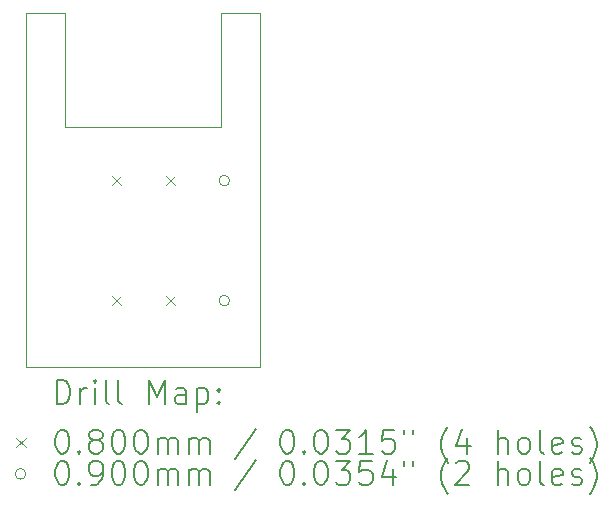
<source format=gbr>
%TF.GenerationSoftware,KiCad,Pcbnew,7.0.9*%
%TF.CreationDate,2025-02-23T19:45:51+01:00*%
%TF.ProjectId,filament-jar,66696c61-6d65-46e7-942d-6a61722e6b69,rev?*%
%TF.SameCoordinates,Original*%
%TF.FileFunction,Drillmap*%
%TF.FilePolarity,Positive*%
%FSLAX45Y45*%
G04 Gerber Fmt 4.5, Leading zero omitted, Abs format (unit mm)*
G04 Created by KiCad (PCBNEW 7.0.9) date 2025-02-23 19:45:51*
%MOMM*%
%LPD*%
G01*
G04 APERTURE LIST*
%ADD10C,0.100000*%
%ADD11C,0.200000*%
G04 APERTURE END LIST*
D10*
X11125200Y-8077200D02*
X11125200Y-5080000D01*
X11125200Y-5080000D02*
X10795000Y-5080000D01*
X9474200Y-6045200D02*
X10795000Y-6045200D01*
X9144000Y-5080000D02*
X9144000Y-8077200D01*
X9144000Y-8077200D02*
X11125200Y-8077200D01*
X10795000Y-6045200D02*
X10795000Y-5080000D01*
X9474200Y-5080000D02*
X9474200Y-6045200D01*
X9474200Y-5080000D02*
X9144000Y-5080000D01*
D11*
D10*
X9866000Y-6462400D02*
X9946000Y-6542400D01*
X9946000Y-6462400D02*
X9866000Y-6542400D01*
X9866000Y-7478400D02*
X9946000Y-7558400D01*
X9946000Y-7478400D02*
X9866000Y-7558400D01*
X10323200Y-6462400D02*
X10403200Y-6542400D01*
X10403200Y-6462400D02*
X10323200Y-6542400D01*
X10323200Y-7478400D02*
X10403200Y-7558400D01*
X10403200Y-7478400D02*
X10323200Y-7558400D01*
X10865400Y-6502400D02*
G75*
G03*
X10865400Y-6502400I-45000J0D01*
G01*
X10865400Y-7518400D02*
G75*
G03*
X10865400Y-7518400I-45000J0D01*
G01*
D11*
X9399777Y-8393684D02*
X9399777Y-8193684D01*
X9399777Y-8193684D02*
X9447396Y-8193684D01*
X9447396Y-8193684D02*
X9475967Y-8203208D01*
X9475967Y-8203208D02*
X9495015Y-8222255D01*
X9495015Y-8222255D02*
X9504539Y-8241303D01*
X9504539Y-8241303D02*
X9514063Y-8279398D01*
X9514063Y-8279398D02*
X9514063Y-8307969D01*
X9514063Y-8307969D02*
X9504539Y-8346065D01*
X9504539Y-8346065D02*
X9495015Y-8365112D01*
X9495015Y-8365112D02*
X9475967Y-8384160D01*
X9475967Y-8384160D02*
X9447396Y-8393684D01*
X9447396Y-8393684D02*
X9399777Y-8393684D01*
X9599777Y-8393684D02*
X9599777Y-8260350D01*
X9599777Y-8298446D02*
X9609301Y-8279398D01*
X9609301Y-8279398D02*
X9618824Y-8269874D01*
X9618824Y-8269874D02*
X9637872Y-8260350D01*
X9637872Y-8260350D02*
X9656920Y-8260350D01*
X9723586Y-8393684D02*
X9723586Y-8260350D01*
X9723586Y-8193684D02*
X9714063Y-8203208D01*
X9714063Y-8203208D02*
X9723586Y-8212731D01*
X9723586Y-8212731D02*
X9733110Y-8203208D01*
X9733110Y-8203208D02*
X9723586Y-8193684D01*
X9723586Y-8193684D02*
X9723586Y-8212731D01*
X9847396Y-8393684D02*
X9828348Y-8384160D01*
X9828348Y-8384160D02*
X9818824Y-8365112D01*
X9818824Y-8365112D02*
X9818824Y-8193684D01*
X9952158Y-8393684D02*
X9933110Y-8384160D01*
X9933110Y-8384160D02*
X9923586Y-8365112D01*
X9923586Y-8365112D02*
X9923586Y-8193684D01*
X10180729Y-8393684D02*
X10180729Y-8193684D01*
X10180729Y-8193684D02*
X10247396Y-8336541D01*
X10247396Y-8336541D02*
X10314063Y-8193684D01*
X10314063Y-8193684D02*
X10314063Y-8393684D01*
X10495015Y-8393684D02*
X10495015Y-8288922D01*
X10495015Y-8288922D02*
X10485491Y-8269874D01*
X10485491Y-8269874D02*
X10466444Y-8260350D01*
X10466444Y-8260350D02*
X10428348Y-8260350D01*
X10428348Y-8260350D02*
X10409301Y-8269874D01*
X10495015Y-8384160D02*
X10475967Y-8393684D01*
X10475967Y-8393684D02*
X10428348Y-8393684D01*
X10428348Y-8393684D02*
X10409301Y-8384160D01*
X10409301Y-8384160D02*
X10399777Y-8365112D01*
X10399777Y-8365112D02*
X10399777Y-8346065D01*
X10399777Y-8346065D02*
X10409301Y-8327017D01*
X10409301Y-8327017D02*
X10428348Y-8317493D01*
X10428348Y-8317493D02*
X10475967Y-8317493D01*
X10475967Y-8317493D02*
X10495015Y-8307969D01*
X10590253Y-8260350D02*
X10590253Y-8460350D01*
X10590253Y-8269874D02*
X10609301Y-8260350D01*
X10609301Y-8260350D02*
X10647396Y-8260350D01*
X10647396Y-8260350D02*
X10666444Y-8269874D01*
X10666444Y-8269874D02*
X10675967Y-8279398D01*
X10675967Y-8279398D02*
X10685491Y-8298446D01*
X10685491Y-8298446D02*
X10685491Y-8355588D01*
X10685491Y-8355588D02*
X10675967Y-8374636D01*
X10675967Y-8374636D02*
X10666444Y-8384160D01*
X10666444Y-8384160D02*
X10647396Y-8393684D01*
X10647396Y-8393684D02*
X10609301Y-8393684D01*
X10609301Y-8393684D02*
X10590253Y-8384160D01*
X10771205Y-8374636D02*
X10780729Y-8384160D01*
X10780729Y-8384160D02*
X10771205Y-8393684D01*
X10771205Y-8393684D02*
X10761682Y-8384160D01*
X10761682Y-8384160D02*
X10771205Y-8374636D01*
X10771205Y-8374636D02*
X10771205Y-8393684D01*
X10771205Y-8269874D02*
X10780729Y-8279398D01*
X10780729Y-8279398D02*
X10771205Y-8288922D01*
X10771205Y-8288922D02*
X10761682Y-8279398D01*
X10761682Y-8279398D02*
X10771205Y-8269874D01*
X10771205Y-8269874D02*
X10771205Y-8288922D01*
D10*
X9059000Y-8682200D02*
X9139000Y-8762200D01*
X9139000Y-8682200D02*
X9059000Y-8762200D01*
D11*
X9437872Y-8613684D02*
X9456920Y-8613684D01*
X9456920Y-8613684D02*
X9475967Y-8623208D01*
X9475967Y-8623208D02*
X9485491Y-8632731D01*
X9485491Y-8632731D02*
X9495015Y-8651779D01*
X9495015Y-8651779D02*
X9504539Y-8689874D01*
X9504539Y-8689874D02*
X9504539Y-8737493D01*
X9504539Y-8737493D02*
X9495015Y-8775589D01*
X9495015Y-8775589D02*
X9485491Y-8794636D01*
X9485491Y-8794636D02*
X9475967Y-8804160D01*
X9475967Y-8804160D02*
X9456920Y-8813684D01*
X9456920Y-8813684D02*
X9437872Y-8813684D01*
X9437872Y-8813684D02*
X9418824Y-8804160D01*
X9418824Y-8804160D02*
X9409301Y-8794636D01*
X9409301Y-8794636D02*
X9399777Y-8775589D01*
X9399777Y-8775589D02*
X9390253Y-8737493D01*
X9390253Y-8737493D02*
X9390253Y-8689874D01*
X9390253Y-8689874D02*
X9399777Y-8651779D01*
X9399777Y-8651779D02*
X9409301Y-8632731D01*
X9409301Y-8632731D02*
X9418824Y-8623208D01*
X9418824Y-8623208D02*
X9437872Y-8613684D01*
X9590253Y-8794636D02*
X9599777Y-8804160D01*
X9599777Y-8804160D02*
X9590253Y-8813684D01*
X9590253Y-8813684D02*
X9580729Y-8804160D01*
X9580729Y-8804160D02*
X9590253Y-8794636D01*
X9590253Y-8794636D02*
X9590253Y-8813684D01*
X9714063Y-8699398D02*
X9695015Y-8689874D01*
X9695015Y-8689874D02*
X9685491Y-8680350D01*
X9685491Y-8680350D02*
X9675967Y-8661303D01*
X9675967Y-8661303D02*
X9675967Y-8651779D01*
X9675967Y-8651779D02*
X9685491Y-8632731D01*
X9685491Y-8632731D02*
X9695015Y-8623208D01*
X9695015Y-8623208D02*
X9714063Y-8613684D01*
X9714063Y-8613684D02*
X9752158Y-8613684D01*
X9752158Y-8613684D02*
X9771205Y-8623208D01*
X9771205Y-8623208D02*
X9780729Y-8632731D01*
X9780729Y-8632731D02*
X9790253Y-8651779D01*
X9790253Y-8651779D02*
X9790253Y-8661303D01*
X9790253Y-8661303D02*
X9780729Y-8680350D01*
X9780729Y-8680350D02*
X9771205Y-8689874D01*
X9771205Y-8689874D02*
X9752158Y-8699398D01*
X9752158Y-8699398D02*
X9714063Y-8699398D01*
X9714063Y-8699398D02*
X9695015Y-8708922D01*
X9695015Y-8708922D02*
X9685491Y-8718446D01*
X9685491Y-8718446D02*
X9675967Y-8737493D01*
X9675967Y-8737493D02*
X9675967Y-8775589D01*
X9675967Y-8775589D02*
X9685491Y-8794636D01*
X9685491Y-8794636D02*
X9695015Y-8804160D01*
X9695015Y-8804160D02*
X9714063Y-8813684D01*
X9714063Y-8813684D02*
X9752158Y-8813684D01*
X9752158Y-8813684D02*
X9771205Y-8804160D01*
X9771205Y-8804160D02*
X9780729Y-8794636D01*
X9780729Y-8794636D02*
X9790253Y-8775589D01*
X9790253Y-8775589D02*
X9790253Y-8737493D01*
X9790253Y-8737493D02*
X9780729Y-8718446D01*
X9780729Y-8718446D02*
X9771205Y-8708922D01*
X9771205Y-8708922D02*
X9752158Y-8699398D01*
X9914063Y-8613684D02*
X9933110Y-8613684D01*
X9933110Y-8613684D02*
X9952158Y-8623208D01*
X9952158Y-8623208D02*
X9961682Y-8632731D01*
X9961682Y-8632731D02*
X9971205Y-8651779D01*
X9971205Y-8651779D02*
X9980729Y-8689874D01*
X9980729Y-8689874D02*
X9980729Y-8737493D01*
X9980729Y-8737493D02*
X9971205Y-8775589D01*
X9971205Y-8775589D02*
X9961682Y-8794636D01*
X9961682Y-8794636D02*
X9952158Y-8804160D01*
X9952158Y-8804160D02*
X9933110Y-8813684D01*
X9933110Y-8813684D02*
X9914063Y-8813684D01*
X9914063Y-8813684D02*
X9895015Y-8804160D01*
X9895015Y-8804160D02*
X9885491Y-8794636D01*
X9885491Y-8794636D02*
X9875967Y-8775589D01*
X9875967Y-8775589D02*
X9866444Y-8737493D01*
X9866444Y-8737493D02*
X9866444Y-8689874D01*
X9866444Y-8689874D02*
X9875967Y-8651779D01*
X9875967Y-8651779D02*
X9885491Y-8632731D01*
X9885491Y-8632731D02*
X9895015Y-8623208D01*
X9895015Y-8623208D02*
X9914063Y-8613684D01*
X10104539Y-8613684D02*
X10123586Y-8613684D01*
X10123586Y-8613684D02*
X10142634Y-8623208D01*
X10142634Y-8623208D02*
X10152158Y-8632731D01*
X10152158Y-8632731D02*
X10161682Y-8651779D01*
X10161682Y-8651779D02*
X10171205Y-8689874D01*
X10171205Y-8689874D02*
X10171205Y-8737493D01*
X10171205Y-8737493D02*
X10161682Y-8775589D01*
X10161682Y-8775589D02*
X10152158Y-8794636D01*
X10152158Y-8794636D02*
X10142634Y-8804160D01*
X10142634Y-8804160D02*
X10123586Y-8813684D01*
X10123586Y-8813684D02*
X10104539Y-8813684D01*
X10104539Y-8813684D02*
X10085491Y-8804160D01*
X10085491Y-8804160D02*
X10075967Y-8794636D01*
X10075967Y-8794636D02*
X10066444Y-8775589D01*
X10066444Y-8775589D02*
X10056920Y-8737493D01*
X10056920Y-8737493D02*
X10056920Y-8689874D01*
X10056920Y-8689874D02*
X10066444Y-8651779D01*
X10066444Y-8651779D02*
X10075967Y-8632731D01*
X10075967Y-8632731D02*
X10085491Y-8623208D01*
X10085491Y-8623208D02*
X10104539Y-8613684D01*
X10256920Y-8813684D02*
X10256920Y-8680350D01*
X10256920Y-8699398D02*
X10266444Y-8689874D01*
X10266444Y-8689874D02*
X10285491Y-8680350D01*
X10285491Y-8680350D02*
X10314063Y-8680350D01*
X10314063Y-8680350D02*
X10333110Y-8689874D01*
X10333110Y-8689874D02*
X10342634Y-8708922D01*
X10342634Y-8708922D02*
X10342634Y-8813684D01*
X10342634Y-8708922D02*
X10352158Y-8689874D01*
X10352158Y-8689874D02*
X10371205Y-8680350D01*
X10371205Y-8680350D02*
X10399777Y-8680350D01*
X10399777Y-8680350D02*
X10418825Y-8689874D01*
X10418825Y-8689874D02*
X10428348Y-8708922D01*
X10428348Y-8708922D02*
X10428348Y-8813684D01*
X10523586Y-8813684D02*
X10523586Y-8680350D01*
X10523586Y-8699398D02*
X10533110Y-8689874D01*
X10533110Y-8689874D02*
X10552158Y-8680350D01*
X10552158Y-8680350D02*
X10580729Y-8680350D01*
X10580729Y-8680350D02*
X10599777Y-8689874D01*
X10599777Y-8689874D02*
X10609301Y-8708922D01*
X10609301Y-8708922D02*
X10609301Y-8813684D01*
X10609301Y-8708922D02*
X10618825Y-8689874D01*
X10618825Y-8689874D02*
X10637872Y-8680350D01*
X10637872Y-8680350D02*
X10666444Y-8680350D01*
X10666444Y-8680350D02*
X10685491Y-8689874D01*
X10685491Y-8689874D02*
X10695015Y-8708922D01*
X10695015Y-8708922D02*
X10695015Y-8813684D01*
X11085491Y-8604160D02*
X10914063Y-8861303D01*
X11342634Y-8613684D02*
X11361682Y-8613684D01*
X11361682Y-8613684D02*
X11380729Y-8623208D01*
X11380729Y-8623208D02*
X11390253Y-8632731D01*
X11390253Y-8632731D02*
X11399777Y-8651779D01*
X11399777Y-8651779D02*
X11409301Y-8689874D01*
X11409301Y-8689874D02*
X11409301Y-8737493D01*
X11409301Y-8737493D02*
X11399777Y-8775589D01*
X11399777Y-8775589D02*
X11390253Y-8794636D01*
X11390253Y-8794636D02*
X11380729Y-8804160D01*
X11380729Y-8804160D02*
X11361682Y-8813684D01*
X11361682Y-8813684D02*
X11342634Y-8813684D01*
X11342634Y-8813684D02*
X11323586Y-8804160D01*
X11323586Y-8804160D02*
X11314063Y-8794636D01*
X11314063Y-8794636D02*
X11304539Y-8775589D01*
X11304539Y-8775589D02*
X11295015Y-8737493D01*
X11295015Y-8737493D02*
X11295015Y-8689874D01*
X11295015Y-8689874D02*
X11304539Y-8651779D01*
X11304539Y-8651779D02*
X11314063Y-8632731D01*
X11314063Y-8632731D02*
X11323586Y-8623208D01*
X11323586Y-8623208D02*
X11342634Y-8613684D01*
X11495015Y-8794636D02*
X11504539Y-8804160D01*
X11504539Y-8804160D02*
X11495015Y-8813684D01*
X11495015Y-8813684D02*
X11485491Y-8804160D01*
X11485491Y-8804160D02*
X11495015Y-8794636D01*
X11495015Y-8794636D02*
X11495015Y-8813684D01*
X11628348Y-8613684D02*
X11647396Y-8613684D01*
X11647396Y-8613684D02*
X11666444Y-8623208D01*
X11666444Y-8623208D02*
X11675967Y-8632731D01*
X11675967Y-8632731D02*
X11685491Y-8651779D01*
X11685491Y-8651779D02*
X11695015Y-8689874D01*
X11695015Y-8689874D02*
X11695015Y-8737493D01*
X11695015Y-8737493D02*
X11685491Y-8775589D01*
X11685491Y-8775589D02*
X11675967Y-8794636D01*
X11675967Y-8794636D02*
X11666444Y-8804160D01*
X11666444Y-8804160D02*
X11647396Y-8813684D01*
X11647396Y-8813684D02*
X11628348Y-8813684D01*
X11628348Y-8813684D02*
X11609301Y-8804160D01*
X11609301Y-8804160D02*
X11599777Y-8794636D01*
X11599777Y-8794636D02*
X11590253Y-8775589D01*
X11590253Y-8775589D02*
X11580729Y-8737493D01*
X11580729Y-8737493D02*
X11580729Y-8689874D01*
X11580729Y-8689874D02*
X11590253Y-8651779D01*
X11590253Y-8651779D02*
X11599777Y-8632731D01*
X11599777Y-8632731D02*
X11609301Y-8623208D01*
X11609301Y-8623208D02*
X11628348Y-8613684D01*
X11761682Y-8613684D02*
X11885491Y-8613684D01*
X11885491Y-8613684D02*
X11818825Y-8689874D01*
X11818825Y-8689874D02*
X11847396Y-8689874D01*
X11847396Y-8689874D02*
X11866444Y-8699398D01*
X11866444Y-8699398D02*
X11875967Y-8708922D01*
X11875967Y-8708922D02*
X11885491Y-8727970D01*
X11885491Y-8727970D02*
X11885491Y-8775589D01*
X11885491Y-8775589D02*
X11875967Y-8794636D01*
X11875967Y-8794636D02*
X11866444Y-8804160D01*
X11866444Y-8804160D02*
X11847396Y-8813684D01*
X11847396Y-8813684D02*
X11790253Y-8813684D01*
X11790253Y-8813684D02*
X11771206Y-8804160D01*
X11771206Y-8804160D02*
X11761682Y-8794636D01*
X12075967Y-8813684D02*
X11961682Y-8813684D01*
X12018825Y-8813684D02*
X12018825Y-8613684D01*
X12018825Y-8613684D02*
X11999777Y-8642255D01*
X11999777Y-8642255D02*
X11980729Y-8661303D01*
X11980729Y-8661303D02*
X11961682Y-8670827D01*
X12256920Y-8613684D02*
X12161682Y-8613684D01*
X12161682Y-8613684D02*
X12152158Y-8708922D01*
X12152158Y-8708922D02*
X12161682Y-8699398D01*
X12161682Y-8699398D02*
X12180729Y-8689874D01*
X12180729Y-8689874D02*
X12228348Y-8689874D01*
X12228348Y-8689874D02*
X12247396Y-8699398D01*
X12247396Y-8699398D02*
X12256920Y-8708922D01*
X12256920Y-8708922D02*
X12266444Y-8727970D01*
X12266444Y-8727970D02*
X12266444Y-8775589D01*
X12266444Y-8775589D02*
X12256920Y-8794636D01*
X12256920Y-8794636D02*
X12247396Y-8804160D01*
X12247396Y-8804160D02*
X12228348Y-8813684D01*
X12228348Y-8813684D02*
X12180729Y-8813684D01*
X12180729Y-8813684D02*
X12161682Y-8804160D01*
X12161682Y-8804160D02*
X12152158Y-8794636D01*
X12342634Y-8613684D02*
X12342634Y-8651779D01*
X12418825Y-8613684D02*
X12418825Y-8651779D01*
X12714063Y-8889874D02*
X12704539Y-8880350D01*
X12704539Y-8880350D02*
X12685491Y-8851779D01*
X12685491Y-8851779D02*
X12675968Y-8832731D01*
X12675968Y-8832731D02*
X12666444Y-8804160D01*
X12666444Y-8804160D02*
X12656920Y-8756541D01*
X12656920Y-8756541D02*
X12656920Y-8718446D01*
X12656920Y-8718446D02*
X12666444Y-8670827D01*
X12666444Y-8670827D02*
X12675968Y-8642255D01*
X12675968Y-8642255D02*
X12685491Y-8623208D01*
X12685491Y-8623208D02*
X12704539Y-8594636D01*
X12704539Y-8594636D02*
X12714063Y-8585112D01*
X12875968Y-8680350D02*
X12875968Y-8813684D01*
X12828348Y-8604160D02*
X12780729Y-8747017D01*
X12780729Y-8747017D02*
X12904539Y-8747017D01*
X13133110Y-8813684D02*
X13133110Y-8613684D01*
X13218825Y-8813684D02*
X13218825Y-8708922D01*
X13218825Y-8708922D02*
X13209301Y-8689874D01*
X13209301Y-8689874D02*
X13190253Y-8680350D01*
X13190253Y-8680350D02*
X13161682Y-8680350D01*
X13161682Y-8680350D02*
X13142634Y-8689874D01*
X13142634Y-8689874D02*
X13133110Y-8699398D01*
X13342634Y-8813684D02*
X13323587Y-8804160D01*
X13323587Y-8804160D02*
X13314063Y-8794636D01*
X13314063Y-8794636D02*
X13304539Y-8775589D01*
X13304539Y-8775589D02*
X13304539Y-8718446D01*
X13304539Y-8718446D02*
X13314063Y-8699398D01*
X13314063Y-8699398D02*
X13323587Y-8689874D01*
X13323587Y-8689874D02*
X13342634Y-8680350D01*
X13342634Y-8680350D02*
X13371206Y-8680350D01*
X13371206Y-8680350D02*
X13390253Y-8689874D01*
X13390253Y-8689874D02*
X13399777Y-8699398D01*
X13399777Y-8699398D02*
X13409301Y-8718446D01*
X13409301Y-8718446D02*
X13409301Y-8775589D01*
X13409301Y-8775589D02*
X13399777Y-8794636D01*
X13399777Y-8794636D02*
X13390253Y-8804160D01*
X13390253Y-8804160D02*
X13371206Y-8813684D01*
X13371206Y-8813684D02*
X13342634Y-8813684D01*
X13523587Y-8813684D02*
X13504539Y-8804160D01*
X13504539Y-8804160D02*
X13495015Y-8785112D01*
X13495015Y-8785112D02*
X13495015Y-8613684D01*
X13675968Y-8804160D02*
X13656920Y-8813684D01*
X13656920Y-8813684D02*
X13618825Y-8813684D01*
X13618825Y-8813684D02*
X13599777Y-8804160D01*
X13599777Y-8804160D02*
X13590253Y-8785112D01*
X13590253Y-8785112D02*
X13590253Y-8708922D01*
X13590253Y-8708922D02*
X13599777Y-8689874D01*
X13599777Y-8689874D02*
X13618825Y-8680350D01*
X13618825Y-8680350D02*
X13656920Y-8680350D01*
X13656920Y-8680350D02*
X13675968Y-8689874D01*
X13675968Y-8689874D02*
X13685491Y-8708922D01*
X13685491Y-8708922D02*
X13685491Y-8727970D01*
X13685491Y-8727970D02*
X13590253Y-8747017D01*
X13761682Y-8804160D02*
X13780730Y-8813684D01*
X13780730Y-8813684D02*
X13818825Y-8813684D01*
X13818825Y-8813684D02*
X13837872Y-8804160D01*
X13837872Y-8804160D02*
X13847396Y-8785112D01*
X13847396Y-8785112D02*
X13847396Y-8775589D01*
X13847396Y-8775589D02*
X13837872Y-8756541D01*
X13837872Y-8756541D02*
X13818825Y-8747017D01*
X13818825Y-8747017D02*
X13790253Y-8747017D01*
X13790253Y-8747017D02*
X13771206Y-8737493D01*
X13771206Y-8737493D02*
X13761682Y-8718446D01*
X13761682Y-8718446D02*
X13761682Y-8708922D01*
X13761682Y-8708922D02*
X13771206Y-8689874D01*
X13771206Y-8689874D02*
X13790253Y-8680350D01*
X13790253Y-8680350D02*
X13818825Y-8680350D01*
X13818825Y-8680350D02*
X13837872Y-8689874D01*
X13914063Y-8889874D02*
X13923587Y-8880350D01*
X13923587Y-8880350D02*
X13942634Y-8851779D01*
X13942634Y-8851779D02*
X13952158Y-8832731D01*
X13952158Y-8832731D02*
X13961682Y-8804160D01*
X13961682Y-8804160D02*
X13971206Y-8756541D01*
X13971206Y-8756541D02*
X13971206Y-8718446D01*
X13971206Y-8718446D02*
X13961682Y-8670827D01*
X13961682Y-8670827D02*
X13952158Y-8642255D01*
X13952158Y-8642255D02*
X13942634Y-8623208D01*
X13942634Y-8623208D02*
X13923587Y-8594636D01*
X13923587Y-8594636D02*
X13914063Y-8585112D01*
D10*
X9139000Y-8986200D02*
G75*
G03*
X9139000Y-8986200I-45000J0D01*
G01*
D11*
X9437872Y-8877684D02*
X9456920Y-8877684D01*
X9456920Y-8877684D02*
X9475967Y-8887208D01*
X9475967Y-8887208D02*
X9485491Y-8896731D01*
X9485491Y-8896731D02*
X9495015Y-8915779D01*
X9495015Y-8915779D02*
X9504539Y-8953874D01*
X9504539Y-8953874D02*
X9504539Y-9001493D01*
X9504539Y-9001493D02*
X9495015Y-9039589D01*
X9495015Y-9039589D02*
X9485491Y-9058636D01*
X9485491Y-9058636D02*
X9475967Y-9068160D01*
X9475967Y-9068160D02*
X9456920Y-9077684D01*
X9456920Y-9077684D02*
X9437872Y-9077684D01*
X9437872Y-9077684D02*
X9418824Y-9068160D01*
X9418824Y-9068160D02*
X9409301Y-9058636D01*
X9409301Y-9058636D02*
X9399777Y-9039589D01*
X9399777Y-9039589D02*
X9390253Y-9001493D01*
X9390253Y-9001493D02*
X9390253Y-8953874D01*
X9390253Y-8953874D02*
X9399777Y-8915779D01*
X9399777Y-8915779D02*
X9409301Y-8896731D01*
X9409301Y-8896731D02*
X9418824Y-8887208D01*
X9418824Y-8887208D02*
X9437872Y-8877684D01*
X9590253Y-9058636D02*
X9599777Y-9068160D01*
X9599777Y-9068160D02*
X9590253Y-9077684D01*
X9590253Y-9077684D02*
X9580729Y-9068160D01*
X9580729Y-9068160D02*
X9590253Y-9058636D01*
X9590253Y-9058636D02*
X9590253Y-9077684D01*
X9695015Y-9077684D02*
X9733110Y-9077684D01*
X9733110Y-9077684D02*
X9752158Y-9068160D01*
X9752158Y-9068160D02*
X9761682Y-9058636D01*
X9761682Y-9058636D02*
X9780729Y-9030065D01*
X9780729Y-9030065D02*
X9790253Y-8991970D01*
X9790253Y-8991970D02*
X9790253Y-8915779D01*
X9790253Y-8915779D02*
X9780729Y-8896731D01*
X9780729Y-8896731D02*
X9771205Y-8887208D01*
X9771205Y-8887208D02*
X9752158Y-8877684D01*
X9752158Y-8877684D02*
X9714063Y-8877684D01*
X9714063Y-8877684D02*
X9695015Y-8887208D01*
X9695015Y-8887208D02*
X9685491Y-8896731D01*
X9685491Y-8896731D02*
X9675967Y-8915779D01*
X9675967Y-8915779D02*
X9675967Y-8963398D01*
X9675967Y-8963398D02*
X9685491Y-8982446D01*
X9685491Y-8982446D02*
X9695015Y-8991970D01*
X9695015Y-8991970D02*
X9714063Y-9001493D01*
X9714063Y-9001493D02*
X9752158Y-9001493D01*
X9752158Y-9001493D02*
X9771205Y-8991970D01*
X9771205Y-8991970D02*
X9780729Y-8982446D01*
X9780729Y-8982446D02*
X9790253Y-8963398D01*
X9914063Y-8877684D02*
X9933110Y-8877684D01*
X9933110Y-8877684D02*
X9952158Y-8887208D01*
X9952158Y-8887208D02*
X9961682Y-8896731D01*
X9961682Y-8896731D02*
X9971205Y-8915779D01*
X9971205Y-8915779D02*
X9980729Y-8953874D01*
X9980729Y-8953874D02*
X9980729Y-9001493D01*
X9980729Y-9001493D02*
X9971205Y-9039589D01*
X9971205Y-9039589D02*
X9961682Y-9058636D01*
X9961682Y-9058636D02*
X9952158Y-9068160D01*
X9952158Y-9068160D02*
X9933110Y-9077684D01*
X9933110Y-9077684D02*
X9914063Y-9077684D01*
X9914063Y-9077684D02*
X9895015Y-9068160D01*
X9895015Y-9068160D02*
X9885491Y-9058636D01*
X9885491Y-9058636D02*
X9875967Y-9039589D01*
X9875967Y-9039589D02*
X9866444Y-9001493D01*
X9866444Y-9001493D02*
X9866444Y-8953874D01*
X9866444Y-8953874D02*
X9875967Y-8915779D01*
X9875967Y-8915779D02*
X9885491Y-8896731D01*
X9885491Y-8896731D02*
X9895015Y-8887208D01*
X9895015Y-8887208D02*
X9914063Y-8877684D01*
X10104539Y-8877684D02*
X10123586Y-8877684D01*
X10123586Y-8877684D02*
X10142634Y-8887208D01*
X10142634Y-8887208D02*
X10152158Y-8896731D01*
X10152158Y-8896731D02*
X10161682Y-8915779D01*
X10161682Y-8915779D02*
X10171205Y-8953874D01*
X10171205Y-8953874D02*
X10171205Y-9001493D01*
X10171205Y-9001493D02*
X10161682Y-9039589D01*
X10161682Y-9039589D02*
X10152158Y-9058636D01*
X10152158Y-9058636D02*
X10142634Y-9068160D01*
X10142634Y-9068160D02*
X10123586Y-9077684D01*
X10123586Y-9077684D02*
X10104539Y-9077684D01*
X10104539Y-9077684D02*
X10085491Y-9068160D01*
X10085491Y-9068160D02*
X10075967Y-9058636D01*
X10075967Y-9058636D02*
X10066444Y-9039589D01*
X10066444Y-9039589D02*
X10056920Y-9001493D01*
X10056920Y-9001493D02*
X10056920Y-8953874D01*
X10056920Y-8953874D02*
X10066444Y-8915779D01*
X10066444Y-8915779D02*
X10075967Y-8896731D01*
X10075967Y-8896731D02*
X10085491Y-8887208D01*
X10085491Y-8887208D02*
X10104539Y-8877684D01*
X10256920Y-9077684D02*
X10256920Y-8944350D01*
X10256920Y-8963398D02*
X10266444Y-8953874D01*
X10266444Y-8953874D02*
X10285491Y-8944350D01*
X10285491Y-8944350D02*
X10314063Y-8944350D01*
X10314063Y-8944350D02*
X10333110Y-8953874D01*
X10333110Y-8953874D02*
X10342634Y-8972922D01*
X10342634Y-8972922D02*
X10342634Y-9077684D01*
X10342634Y-8972922D02*
X10352158Y-8953874D01*
X10352158Y-8953874D02*
X10371205Y-8944350D01*
X10371205Y-8944350D02*
X10399777Y-8944350D01*
X10399777Y-8944350D02*
X10418825Y-8953874D01*
X10418825Y-8953874D02*
X10428348Y-8972922D01*
X10428348Y-8972922D02*
X10428348Y-9077684D01*
X10523586Y-9077684D02*
X10523586Y-8944350D01*
X10523586Y-8963398D02*
X10533110Y-8953874D01*
X10533110Y-8953874D02*
X10552158Y-8944350D01*
X10552158Y-8944350D02*
X10580729Y-8944350D01*
X10580729Y-8944350D02*
X10599777Y-8953874D01*
X10599777Y-8953874D02*
X10609301Y-8972922D01*
X10609301Y-8972922D02*
X10609301Y-9077684D01*
X10609301Y-8972922D02*
X10618825Y-8953874D01*
X10618825Y-8953874D02*
X10637872Y-8944350D01*
X10637872Y-8944350D02*
X10666444Y-8944350D01*
X10666444Y-8944350D02*
X10685491Y-8953874D01*
X10685491Y-8953874D02*
X10695015Y-8972922D01*
X10695015Y-8972922D02*
X10695015Y-9077684D01*
X11085491Y-8868160D02*
X10914063Y-9125303D01*
X11342634Y-8877684D02*
X11361682Y-8877684D01*
X11361682Y-8877684D02*
X11380729Y-8887208D01*
X11380729Y-8887208D02*
X11390253Y-8896731D01*
X11390253Y-8896731D02*
X11399777Y-8915779D01*
X11399777Y-8915779D02*
X11409301Y-8953874D01*
X11409301Y-8953874D02*
X11409301Y-9001493D01*
X11409301Y-9001493D02*
X11399777Y-9039589D01*
X11399777Y-9039589D02*
X11390253Y-9058636D01*
X11390253Y-9058636D02*
X11380729Y-9068160D01*
X11380729Y-9068160D02*
X11361682Y-9077684D01*
X11361682Y-9077684D02*
X11342634Y-9077684D01*
X11342634Y-9077684D02*
X11323586Y-9068160D01*
X11323586Y-9068160D02*
X11314063Y-9058636D01*
X11314063Y-9058636D02*
X11304539Y-9039589D01*
X11304539Y-9039589D02*
X11295015Y-9001493D01*
X11295015Y-9001493D02*
X11295015Y-8953874D01*
X11295015Y-8953874D02*
X11304539Y-8915779D01*
X11304539Y-8915779D02*
X11314063Y-8896731D01*
X11314063Y-8896731D02*
X11323586Y-8887208D01*
X11323586Y-8887208D02*
X11342634Y-8877684D01*
X11495015Y-9058636D02*
X11504539Y-9068160D01*
X11504539Y-9068160D02*
X11495015Y-9077684D01*
X11495015Y-9077684D02*
X11485491Y-9068160D01*
X11485491Y-9068160D02*
X11495015Y-9058636D01*
X11495015Y-9058636D02*
X11495015Y-9077684D01*
X11628348Y-8877684D02*
X11647396Y-8877684D01*
X11647396Y-8877684D02*
X11666444Y-8887208D01*
X11666444Y-8887208D02*
X11675967Y-8896731D01*
X11675967Y-8896731D02*
X11685491Y-8915779D01*
X11685491Y-8915779D02*
X11695015Y-8953874D01*
X11695015Y-8953874D02*
X11695015Y-9001493D01*
X11695015Y-9001493D02*
X11685491Y-9039589D01*
X11685491Y-9039589D02*
X11675967Y-9058636D01*
X11675967Y-9058636D02*
X11666444Y-9068160D01*
X11666444Y-9068160D02*
X11647396Y-9077684D01*
X11647396Y-9077684D02*
X11628348Y-9077684D01*
X11628348Y-9077684D02*
X11609301Y-9068160D01*
X11609301Y-9068160D02*
X11599777Y-9058636D01*
X11599777Y-9058636D02*
X11590253Y-9039589D01*
X11590253Y-9039589D02*
X11580729Y-9001493D01*
X11580729Y-9001493D02*
X11580729Y-8953874D01*
X11580729Y-8953874D02*
X11590253Y-8915779D01*
X11590253Y-8915779D02*
X11599777Y-8896731D01*
X11599777Y-8896731D02*
X11609301Y-8887208D01*
X11609301Y-8887208D02*
X11628348Y-8877684D01*
X11761682Y-8877684D02*
X11885491Y-8877684D01*
X11885491Y-8877684D02*
X11818825Y-8953874D01*
X11818825Y-8953874D02*
X11847396Y-8953874D01*
X11847396Y-8953874D02*
X11866444Y-8963398D01*
X11866444Y-8963398D02*
X11875967Y-8972922D01*
X11875967Y-8972922D02*
X11885491Y-8991970D01*
X11885491Y-8991970D02*
X11885491Y-9039589D01*
X11885491Y-9039589D02*
X11875967Y-9058636D01*
X11875967Y-9058636D02*
X11866444Y-9068160D01*
X11866444Y-9068160D02*
X11847396Y-9077684D01*
X11847396Y-9077684D02*
X11790253Y-9077684D01*
X11790253Y-9077684D02*
X11771206Y-9068160D01*
X11771206Y-9068160D02*
X11761682Y-9058636D01*
X12066444Y-8877684D02*
X11971206Y-8877684D01*
X11971206Y-8877684D02*
X11961682Y-8972922D01*
X11961682Y-8972922D02*
X11971206Y-8963398D01*
X11971206Y-8963398D02*
X11990253Y-8953874D01*
X11990253Y-8953874D02*
X12037872Y-8953874D01*
X12037872Y-8953874D02*
X12056920Y-8963398D01*
X12056920Y-8963398D02*
X12066444Y-8972922D01*
X12066444Y-8972922D02*
X12075967Y-8991970D01*
X12075967Y-8991970D02*
X12075967Y-9039589D01*
X12075967Y-9039589D02*
X12066444Y-9058636D01*
X12066444Y-9058636D02*
X12056920Y-9068160D01*
X12056920Y-9068160D02*
X12037872Y-9077684D01*
X12037872Y-9077684D02*
X11990253Y-9077684D01*
X11990253Y-9077684D02*
X11971206Y-9068160D01*
X11971206Y-9068160D02*
X11961682Y-9058636D01*
X12247396Y-8944350D02*
X12247396Y-9077684D01*
X12199777Y-8868160D02*
X12152158Y-9011017D01*
X12152158Y-9011017D02*
X12275967Y-9011017D01*
X12342634Y-8877684D02*
X12342634Y-8915779D01*
X12418825Y-8877684D02*
X12418825Y-8915779D01*
X12714063Y-9153874D02*
X12704539Y-9144350D01*
X12704539Y-9144350D02*
X12685491Y-9115779D01*
X12685491Y-9115779D02*
X12675968Y-9096731D01*
X12675968Y-9096731D02*
X12666444Y-9068160D01*
X12666444Y-9068160D02*
X12656920Y-9020541D01*
X12656920Y-9020541D02*
X12656920Y-8982446D01*
X12656920Y-8982446D02*
X12666444Y-8934827D01*
X12666444Y-8934827D02*
X12675968Y-8906255D01*
X12675968Y-8906255D02*
X12685491Y-8887208D01*
X12685491Y-8887208D02*
X12704539Y-8858636D01*
X12704539Y-8858636D02*
X12714063Y-8849112D01*
X12780729Y-8896731D02*
X12790253Y-8887208D01*
X12790253Y-8887208D02*
X12809301Y-8877684D01*
X12809301Y-8877684D02*
X12856920Y-8877684D01*
X12856920Y-8877684D02*
X12875968Y-8887208D01*
X12875968Y-8887208D02*
X12885491Y-8896731D01*
X12885491Y-8896731D02*
X12895015Y-8915779D01*
X12895015Y-8915779D02*
X12895015Y-8934827D01*
X12895015Y-8934827D02*
X12885491Y-8963398D01*
X12885491Y-8963398D02*
X12771206Y-9077684D01*
X12771206Y-9077684D02*
X12895015Y-9077684D01*
X13133110Y-9077684D02*
X13133110Y-8877684D01*
X13218825Y-9077684D02*
X13218825Y-8972922D01*
X13218825Y-8972922D02*
X13209301Y-8953874D01*
X13209301Y-8953874D02*
X13190253Y-8944350D01*
X13190253Y-8944350D02*
X13161682Y-8944350D01*
X13161682Y-8944350D02*
X13142634Y-8953874D01*
X13142634Y-8953874D02*
X13133110Y-8963398D01*
X13342634Y-9077684D02*
X13323587Y-9068160D01*
X13323587Y-9068160D02*
X13314063Y-9058636D01*
X13314063Y-9058636D02*
X13304539Y-9039589D01*
X13304539Y-9039589D02*
X13304539Y-8982446D01*
X13304539Y-8982446D02*
X13314063Y-8963398D01*
X13314063Y-8963398D02*
X13323587Y-8953874D01*
X13323587Y-8953874D02*
X13342634Y-8944350D01*
X13342634Y-8944350D02*
X13371206Y-8944350D01*
X13371206Y-8944350D02*
X13390253Y-8953874D01*
X13390253Y-8953874D02*
X13399777Y-8963398D01*
X13399777Y-8963398D02*
X13409301Y-8982446D01*
X13409301Y-8982446D02*
X13409301Y-9039589D01*
X13409301Y-9039589D02*
X13399777Y-9058636D01*
X13399777Y-9058636D02*
X13390253Y-9068160D01*
X13390253Y-9068160D02*
X13371206Y-9077684D01*
X13371206Y-9077684D02*
X13342634Y-9077684D01*
X13523587Y-9077684D02*
X13504539Y-9068160D01*
X13504539Y-9068160D02*
X13495015Y-9049112D01*
X13495015Y-9049112D02*
X13495015Y-8877684D01*
X13675968Y-9068160D02*
X13656920Y-9077684D01*
X13656920Y-9077684D02*
X13618825Y-9077684D01*
X13618825Y-9077684D02*
X13599777Y-9068160D01*
X13599777Y-9068160D02*
X13590253Y-9049112D01*
X13590253Y-9049112D02*
X13590253Y-8972922D01*
X13590253Y-8972922D02*
X13599777Y-8953874D01*
X13599777Y-8953874D02*
X13618825Y-8944350D01*
X13618825Y-8944350D02*
X13656920Y-8944350D01*
X13656920Y-8944350D02*
X13675968Y-8953874D01*
X13675968Y-8953874D02*
X13685491Y-8972922D01*
X13685491Y-8972922D02*
X13685491Y-8991970D01*
X13685491Y-8991970D02*
X13590253Y-9011017D01*
X13761682Y-9068160D02*
X13780730Y-9077684D01*
X13780730Y-9077684D02*
X13818825Y-9077684D01*
X13818825Y-9077684D02*
X13837872Y-9068160D01*
X13837872Y-9068160D02*
X13847396Y-9049112D01*
X13847396Y-9049112D02*
X13847396Y-9039589D01*
X13847396Y-9039589D02*
X13837872Y-9020541D01*
X13837872Y-9020541D02*
X13818825Y-9011017D01*
X13818825Y-9011017D02*
X13790253Y-9011017D01*
X13790253Y-9011017D02*
X13771206Y-9001493D01*
X13771206Y-9001493D02*
X13761682Y-8982446D01*
X13761682Y-8982446D02*
X13761682Y-8972922D01*
X13761682Y-8972922D02*
X13771206Y-8953874D01*
X13771206Y-8953874D02*
X13790253Y-8944350D01*
X13790253Y-8944350D02*
X13818825Y-8944350D01*
X13818825Y-8944350D02*
X13837872Y-8953874D01*
X13914063Y-9153874D02*
X13923587Y-9144350D01*
X13923587Y-9144350D02*
X13942634Y-9115779D01*
X13942634Y-9115779D02*
X13952158Y-9096731D01*
X13952158Y-9096731D02*
X13961682Y-9068160D01*
X13961682Y-9068160D02*
X13971206Y-9020541D01*
X13971206Y-9020541D02*
X13971206Y-8982446D01*
X13971206Y-8982446D02*
X13961682Y-8934827D01*
X13961682Y-8934827D02*
X13952158Y-8906255D01*
X13952158Y-8906255D02*
X13942634Y-8887208D01*
X13942634Y-8887208D02*
X13923587Y-8858636D01*
X13923587Y-8858636D02*
X13914063Y-8849112D01*
M02*

</source>
